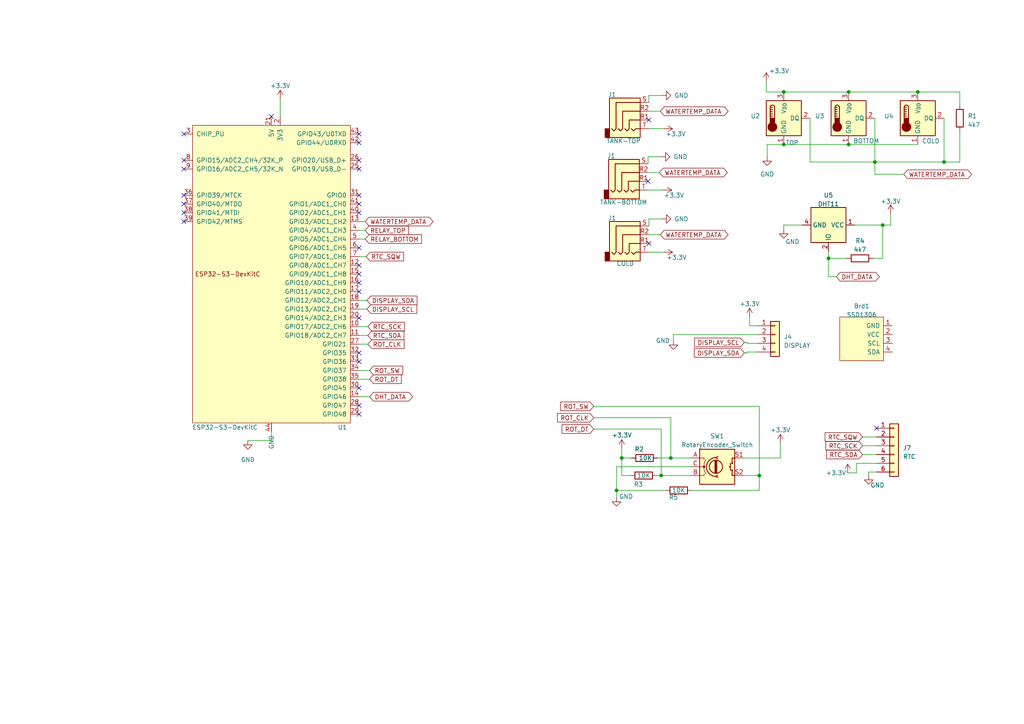
<source format=kicad_sch>
(kicad_sch (version 20230121) (generator eeschema)
  (paper "A4")
  (lib_symbols
    (symbol "Connector_Audio:AudioJack4"
      (property "Reference" "J" (at 0 8.89 0))
      (property "Value" "AudioJack4" (at 0 6.35 0))
      (symbol "AudioJack4_0_1"
        (rectangle (start -6.35 -5.08) (end -7.62 -7.62) (stroke (width 0.254)) (fill (type outline)))
        (polyline (pts (xy 0 -5.08) (xy 0.635 -5.715) (xy 1.27 -5.08) (xy 2.54 -5.08)) (stroke (width 0.254)))
        (polyline (pts (xy -5.715 -5.08) (xy -5.08 -5.715) (xy -4.445 -5.08) (xy -4.445 2.54) (xy 2.54 2.54)) (stroke (width 0.254)))
        (polyline (pts (xy -1.905 -5.08) (xy -1.27 -5.715) (xy -0.635 -5.08) (xy -0.635 -2.54) (xy 2.54 -2.54)) (stroke (width 0.254)))
        (polyline (pts (xy 2.54 0) (xy -2.54 0) (xy -2.54 -5.08) (xy -3.175 -5.715) (xy -3.81 -5.08)) (stroke (width 0.254)))
        (rectangle (start 2.54 3.81) (end -6.35 -7.62) (stroke (width 0.254)) (fill (type background)))
      )
      (symbol "AudioJack4_1_1"
        (pin passive line (at 5.08 -2.54 180) (length 2.54) (name "~") (number "R1"))
        (pin passive line (at 5.08 0 180) (length 2.54) (name "~") (number "R2"))
        (pin passive line (at 5.08 2.54 180) (length 2.54) (name "~") (number "S"))
        (pin passive line (at 5.08 -5.08 180) (length 2.54) (name "~") (number "T"))
      )
    )
    (symbol "Connector_Generic:Conn_01x04" (pin_names (offset 1.016) hide)
      (property "Reference" "J" (at 0 5.08 0))
      (property "Value" "Conn_01x04" (at 0 -7.62 0))
      (symbol "Conn_01x04_1_1"
        (rectangle (start -1.27 -4.953) (end 0 -5.207) (stroke (width 0.1524)))
        (rectangle (start -1.27 -2.413) (end 0 -2.667) (stroke (width 0.1524)))
        (rectangle (start -1.27 0.127) (end 0 -0.127) (stroke (width 0.1524)))
        (rectangle (start -1.27 2.667) (end 0 2.413) (stroke (width 0.1524)))
        (rectangle (start -1.27 3.81) (end 1.27 -6.35) (stroke (width 0.254)) (fill (type background)))
        (pin passive line (at -5.08 2.54 0) (length 3.81) (name "Pin_1") (number "1"))
        (pin passive line (at -5.08 0 0) (length 3.81) (name "Pin_2") (number "2"))
        (pin passive line (at -5.08 -2.54 0) (length 3.81) (name "Pin_3") (number "3"))
        (pin passive line (at -5.08 -5.08 0) (length 3.81) (name "Pin_4") (number "4"))
      )
    )
    (symbol "Connector_Generic:Conn_01x06" (pin_names (offset 1.016) hide)
      (property "Reference" "J" (at 0 7.62 0))
      (property "Value" "Conn_01x06" (at 0 -10.16 0))
      (symbol "Conn_01x06_1_1"
        (rectangle (start -1.27 -7.493) (end 0 -7.747) (stroke (width 0.1524)))
        (rectangle (start -1.27 -4.953) (end 0 -5.207) (stroke (width 0.1524)))
        (rectangle (start -1.27 -2.413) (end 0 -2.667) (stroke (width 0.1524)))
        (rectangle (start -1.27 0.127) (end 0 -0.127) (stroke (width 0.1524)))
        (rectangle (start -1.27 2.667) (end 0 2.413) (stroke (width 0.1524)))
        (rectangle (start -1.27 5.207) (end 0 4.953) (stroke (width 0.1524)))
        (rectangle (start -1.27 6.35) (end 1.27 -8.89) (stroke (width 0.254)) (fill (type background)))
        (pin passive line (at -5.08 5.08 0) (length 3.81) (name "Pin_1") (number "1"))
        (pin passive line (at -5.08 2.54 0) (length 3.81) (name "Pin_2") (number "2"))
        (pin passive line (at -5.08 0 0) (length 3.81) (name "Pin_3") (number "3"))
        (pin passive line (at -5.08 -2.54 0) (length 3.81) (name "Pin_4") (number "4"))
        (pin passive line (at -5.08 -5.08 0) (length 3.81) (name "Pin_5") (number "5"))
        (pin passive line (at -5.08 -7.62 0) (length 3.81) (name "Pin_6") (number "6"))
      )
    )
    (symbol "Device:R" (pin_numbers hide) (pin_names (offset 0))
      (property "Reference" "R" (at 2.032 0 90))
      (property "Value" "R" (at 0 0 90))
      (symbol "R_0_1"
        (rectangle (start -1.016 -2.54) (end 1.016 2.54) (stroke (width 0.254)))
      )
      (symbol "R_1_1"
        (pin passive line (at 0 3.81 270) (length 1.27) (name "~") (number "1"))
        (pin passive line (at 0 -3.81 90) (length 1.27) (name "~") (number "2"))
      )
    )
    (symbol "Device:RotaryEncoder_Switch" (pin_names (offset 0.254) hide)
      (property "Reference" "SW" (at 0 6.604 0))
      (property "Value" "RotaryEncoder_Switch" (at 0 -6.604 0))
      (symbol "RotaryEncoder_Switch_0_1"
        (rectangle (start -5.08 5.08) (end 5.08 -5.08) (stroke (width 0.254)) (fill (type background)))
        (circle (center -3.81 0) (radius 0.254) (fill (type outline)))
        (circle (center -0.381 0) (radius 1.905) (stroke (width 0.254)))
        (arc (start -0.381 2.667) (mid -3.0988 -0.0635) (end -0.381 -2.794) (stroke (width 0.254)))
        (polyline (pts (xy -0.635 -1.778) (xy -0.635 1.778)) (stroke (width 0.254)))
        (polyline (pts (xy -0.381 -1.778) (xy -0.381 1.778)) (stroke (width 0.254)))
        (polyline (pts (xy -0.127 1.778) (xy -0.127 -1.778)) (stroke (width 0.254)))
        (polyline (pts (xy 3.81 0) (xy 3.429 0)) (stroke (width 0.254)))
        (polyline (pts (xy 3.81 1.016) (xy 3.81 -1.016)) (stroke (width 0.254)))
        (polyline (pts (xy -5.08 -2.54) (xy -3.81 -2.54) (xy -3.81 -2.032)))
        (polyline (pts (xy -5.08 2.54) (xy -3.81 2.54) (xy -3.81 2.032)))
        (polyline (pts (xy 0.254 -3.048) (xy -0.508 -2.794) (xy 0.127 -2.413)) (stroke (width 0.254)))
        (polyline (pts (xy 0.254 2.921) (xy -0.508 2.667) (xy 0.127 2.286)) (stroke (width 0.254)))
        (polyline (pts (xy 5.08 -2.54) (xy 4.318 -2.54) (xy 4.318 -1.016)) (stroke (width 0.254)))
        (polyline (pts (xy 5.08 2.54) (xy 4.318 2.54) (xy 4.318 1.016)) (stroke (width 0.254)))
        (polyline (pts (xy -5.08 0) (xy -3.81 0) (xy -3.81 -1.016) (xy -3.302 -2.032)))
        (polyline (pts (xy -4.318 0) (xy -3.81 0) (xy -3.81 1.016) (xy -3.302 2.032)))
        (circle (center 4.318 -1.016) (radius 0.127) (stroke (width 0.254)))
        (circle (center 4.318 1.016) (radius 0.127) (stroke (width 0.254)))
      )
      (symbol "RotaryEncoder_Switch_1_1"
        (pin passive line (at -7.62 2.54 0) (length 2.54) (name "A") (number "A"))
        (pin passive line (at -7.62 -2.54 0) (length 2.54) (name "B") (number "B"))
        (pin passive line (at -7.62 0 0) (length 2.54) (name "C") (number "C"))
        (pin passive line (at 7.62 2.54 180) (length 2.54) (name "S1") (number "S1"))
        (pin passive line (at 7.62 -2.54 180) (length 2.54) (name "S2") (number "S2"))
      )
    )
    (symbol "ESPRESSIF:ESP32-S3-DevKitC" (pin_names (offset 1.016))
      (property "Reference" "U" (at -22.86 48.26 0))
      (property "Value" "ESP32-S3-DevKitC" (at -22.86 45.72 0))
      (symbol "ESP32-S3-DevKitC_0_0"
        (text "ESP32-S3-DevKitC" (at -12.7 0 0) (effects (font (size 1.27 1.27))))
        (pin bidirectional line (at 25.4 -35.56 180) (length 2.54) (name "GPIO46") (number "14"))
        (pin bidirectional line (at 25.4 -10.16 180) (length 2.54) (name "GPIO13/ADC2_CH2") (number "19"))
        (pin bidirectional line (at -25.4 15.24 0) (length 2.54) (name "GPIO42/MTMS") (number "39"))
        (pin bidirectional line (at 25.4 17.78 180) (length 2.54) (name "GPIO2/ADC1_CH1") (number "40"))
        (pin bidirectional line (at 25.4 20.32 180) (length 2.54) (name "GPIO1/ADC1_CH0") (number "41"))
        (pin bidirectional line (at 25.4 38.1 180) (length 2.54) (name "GPIO44/U0RXD") (number "42"))
        (pin bidirectional line (at 25.4 40.64 180) (length 2.54) (name "GPIO43/U0TXD") (number "43"))
        (pin power_in line (at 0 -43.18 270) (length 2.54) (name "GND") (number "44"))
      )
      (symbol "ESP32-S3-DevKitC_0_1"
        (rectangle (start -22.86 43.18) (end 22.86 -43.18) (fill (type background)))
        (pin power_in line (at 2.54 45.72 270) (length 2.54) (name "3V3") (number "2"))
      )
      (symbol "ESP32-S3-DevKitC_1_1"
        (pin passive line (at 2.54 45.72 270) (length 2.54) hide (name "3V3") (number "1"))
        (pin bidirectional line (at 25.4 -15.24 180) (length 2.54) (name "GPIO17/ADC2_CH6") (number "10"))
        (pin bidirectional line (at 25.4 -17.78 180) (length 2.54) (name "GPIO18/ADC2_CH7") (number "11"))
        (pin bidirectional line (at 25.4 2.54 180) (length 2.54) (name "GPIO8/ADC1_CH7") (number "12"))
        (pin bidirectional line (at 25.4 15.24 180) (length 2.54) (name "GPIO3/ADC1_CH2") (number "13"))
        (pin bidirectional line (at 25.4 0 180) (length 2.54) (name "GPIO9/ADC1_CH8") (number "15"))
        (pin bidirectional line (at 25.4 -2.54 180) (length 2.54) (name "GPIO10/ADC1_CH9") (number "16"))
        (pin bidirectional line (at 25.4 -5.08 180) (length 2.54) (name "GPIO11/ADC2_CH0") (number "17"))
        (pin bidirectional line (at 25.4 -7.62 180) (length 2.54) (name "GPIO12/ADC2_CH1") (number "18"))
        (pin bidirectional line (at 25.4 -12.7 180) (length 2.54) (name "GPIO14/ADC2_CH3") (number "20"))
        (pin power_in line (at 0 45.72 270) (length 2.54) (name "5V") (number "21"))
        (pin passive line (at 0 -43.18 270) (length 2.54) hide (name "GND") (number "22"))
        (pin passive line (at 0 -43.18 270) (length 2.54) hide (name "GND") (number "23"))
        (pin passive line (at 0 -43.18 270) (length 2.54) hide (name "GND") (number "24"))
        (pin bidirectional line (at 25.4 30.48 180) (length 2.54) (name "GPIO19/USB_D-") (number "25"))
        (pin bidirectional line (at 25.4 33.02 180) (length 2.54) (name "GPIO20/USB_D+") (number "26"))
        (pin bidirectional line (at 25.4 -20.32 180) (length 2.54) (name "GPIO21") (number "27"))
        (pin bidirectional line (at 25.4 -38.1 180) (length 2.54) (name "GPIO47") (number "28"))
        (pin bidirectional line (at 25.4 -40.64 180) (length 2.54) (name "GPIO48") (number "29"))
        (pin input line (at -25.4 40.64 0) (length 2.54) (name "CHIP_PU") (number "3"))
        (pin bidirectional line (at 25.4 -33.02 180) (length 2.54) (name "GPIO45") (number "30"))
        (pin bidirectional line (at 25.4 22.86 180) (length 2.54) (name "GPIO0") (number "31"))
        (pin bidirectional line (at 25.4 -22.86 180) (length 2.54) (name "GPIO35") (number "32"))
        (pin bidirectional line (at 25.4 -25.4 180) (length 2.54) (name "GPIO36") (number "33"))
        (pin bidirectional line (at 25.4 -27.94 180) (length 2.54) (name "GPIO37") (number "34"))
        (pin bidirectional line (at 25.4 -30.48 180) (length 2.54) (name "GPIO38") (number "35"))
        (pin bidirectional line (at -25.4 22.86 0) (length 2.54) (name "GPIO39/MTCK") (number "36"))
        (pin bidirectional line (at -25.4 20.32 0) (length 2.54) (name "GPIO40/MTDO") (number "37"))
        (pin bidirectional line (at -25.4 17.78 0) (length 2.54) (name "GPIO41/MTDI") (number "38"))
        (pin bidirectional line (at 25.4 12.7 180) (length 2.54) (name "GPIO4/ADC1_CH3") (number "4"))
        (pin bidirectional line (at 25.4 10.16 180) (length 2.54) (name "GPIO5/ADC1_CH4") (number "5"))
        (pin bidirectional line (at 25.4 7.62 180) (length 2.54) (name "GPIO6/ADC1_CH5") (number "6"))
        (pin bidirectional line (at 25.4 5.08 180) (length 2.54) (name "GPIO7/ADC1_CH6") (number "7"))
        (pin bidirectional line (at -25.4 33.02 0) (length 2.54) (name "GPIO15/ADC2_CH4/32K_P") (number "8"))
        (pin bidirectional line (at -25.4 30.48 0) (length 2.54) (name "GPIO16/ADC2_CH5/32K_N") (number "9"))
      )
    )
    (symbol "SSD1306:SSD1306" (pin_names (offset 1.016))
      (property "Reference" "Brd" (at 0 -3.81 0))
      (property "Value" "SSD1306" (at 0 -1.27 0))
      (symbol "SSD1306_0_1"
        (rectangle (start -6.35 6.35) (end 6.35 -6.35) (fill (type background)))
      )
      (symbol "SSD1306_1_1"
        (pin input line (at -3.81 8.89 270) (length 2.54) (name "GND") (number "1"))
        (pin input line (at -1.27 8.89 270) (length 2.54) (name "VCC") (number "2"))
        (pin input line (at 1.27 8.89 270) (length 2.54) (name "SCL") (number "3"))
        (pin input line (at 3.81 8.89 270) (length 2.54) (name "SDA") (number "4"))
      )
    )
    (symbol "Sensor:DHT11"
      (property "Reference" "U" (at -3.81 6.35 0))
      (property "Value" "DHT11" (at 3.81 6.35 0))
      (symbol "DHT11_0_1"
        (rectangle (start -5.08 5.08) (end 5.08 -5.08) (stroke (width 0.254)) (fill (type background)))
      )
      (symbol "DHT11_1_1"
        (pin power_in line (at 0 7.62 270) (length 2.54) (name "VCC") (number "1"))
        (pin bidirectional line (at 7.62 0 180) (length 2.54) (name "IO") (number "2"))
        (pin no_connect line (at -5.08 0 0) (length 2.54) hide (name "NC") (number "3"))
        (pin power_in line (at 0 -7.62 90) (length 2.54) (name "GND") (number "4"))
      )
    )
    (symbol "Sensor_Temperature:DS18B20"
      (property "Reference" "U" (at -3.81 6.35 0))
      (property "Value" "DS18B20" (at 6.35 6.35 0))
      (symbol "DS18B20_0_1"
        (rectangle (start -5.08 5.08) (end 5.08 -5.08) (stroke (width 0.254)) (fill (type background)))
        (circle (center -3.302 -2.54) (radius 1.27) (stroke (width 0.254)) (fill (type outline)))
        (rectangle (start -2.667 -1.905) (end -3.937 0) (stroke (width 0.254)) (fill (type outline)))
        (arc (start -2.667 3.175) (mid -3.302 3.8073) (end -3.937 3.175) (stroke (width 0.254)))
        (polyline (pts (xy -3.937 0.635) (xy -3.302 0.635)) (stroke (width 0.254)))
        (polyline (pts (xy -3.937 1.27) (xy -3.302 1.27)) (stroke (width 0.254)))
        (polyline (pts (xy -3.937 1.905) (xy -3.302 1.905)) (stroke (width 0.254)))
        (polyline (pts (xy -3.937 2.54) (xy -3.302 2.54)) (stroke (width 0.254)))
        (polyline (pts (xy -3.937 3.175) (xy -3.937 0)) (stroke (width 0.254)))
        (polyline (pts (xy -3.937 3.175) (xy -3.302 3.175)) (stroke (width 0.254)))
        (polyline (pts (xy -2.667 3.175) (xy -2.667 0)) (stroke (width 0.254)))
      )
      (symbol "DS18B20_1_1"
        (pin power_in line (at 0 -7.62 90) (length 2.54) (name "GND") (number "1"))
        (pin bidirectional line (at 7.62 0 180) (length 2.54) (name "DQ") (number "2"))
        (pin power_in line (at 0 7.62 270) (length 2.54) (name "V_{DD}") (number "3"))
      )
    )
    (symbol "power:+3.3V" (power) (pin_names (offset 0))
      (property "Value" "+3.3V" (at 0 3.556 0))
      (symbol "+3.3V_0_1"
        (polyline (pts (xy -0.762 1.27) (xy 0 2.54)))
        (polyline (pts (xy 0 0) (xy 0 2.54)))
        (polyline (pts (xy 0 2.54) (xy 0.762 1.27)))
      )
      (symbol "+3.3V_1_1"
        (pin power_in line (at 0 0 90) (length 0) hide (name "+3.3V") (number "1"))
      )
    )
    (symbol "power:GND" (power) (pin_names (offset 0))
      (property "Value" "GND" (at 0 -3.81 0))
      (symbol "GND_0_1"
        (polyline (pts (xy 0 0) (xy 0 -1.27) (xy 1.27 -1.27) (xy 0 -2.54) (xy -1.27 -1.27) (xy 0 -1.27)))
      )
      (symbol "GND_1_1"
        (pin power_in line (at 0 0 270) (length 0) hide (name "GND") (number "1"))
      )
    )
  )
  (junction (at 180.34 132.842))
  (junction (at 256.032 65.278))
  (junction (at 178.816 142.24))
  (junction (at 246.126 41.91))
  (junction (at 227.33 26.67))
  (junction (at 273.812 46.99))
  (junction (at 266.192 26.67))
  (junction (at 194.564 132.842))
  (junction (at 227.33 41.91))
  (junction (at 220.218 137.922))
  (junction (at 246.126 26.67))
  (junction (at 253.746 46.99))
  (junction (at 240.284 74.93))
  (junction (at 191.77 137.922))
  (no_connect (at 104.14 76.962))
  (no_connect (at 188.214 70.612))
  (no_connect (at 53.34 59.182))
  (no_connect (at 53.34 46.482))
  (no_connect (at 104.14 84.582))
  (no_connect (at 187.96 52.578))
  (no_connect (at 104.14 59.182))
  (no_connect (at 104.14 61.722))
  (no_connect (at 53.34 61.722))
  (no_connect (at 104.14 117.602))
  (no_connect (at 104.14 46.482))
  (no_connect (at 53.34 56.642))
  (no_connect (at 104.14 120.142))
  (no_connect (at 104.14 102.362))
  (no_connect (at 104.14 104.902))
  (no_connect (at 104.14 82.042))
  (no_connect (at 53.34 49.022))
  (no_connect (at 104.14 38.862))
  (no_connect (at 53.34 64.262))
  (no_connect (at 104.14 56.642))
  (no_connect (at 188.214 34.798))
  (no_connect (at 104.14 79.502))
  (no_connect (at 104.14 71.882))
  (no_connect (at 104.14 49.022))
  (no_connect (at 104.14 112.522))
  (no_connect (at 104.14 41.402))
  (no_connect (at 53.34 38.862))
  (no_connect (at 254.254 124.206))
  (no_connect (at 104.14 92.202))
  (no_connect (at 78.74 33.782))
  (wire (pts (xy 172.212 121.158) (xy 194.564 121.158)))
  (wire (pts (xy 104.14 94.742) (xy 106.68 94.742)))
  (wire (pts (xy 104.14 66.802) (xy 105.918 66.802)))
  (wire (pts (xy 188.214 63.5) (xy 192.024 63.5)))
  (wire (pts (xy 178.816 144.272) (xy 178.816 142.24)))
  (wire (pts (xy 178.816 142.24) (xy 193.04 142.24)))
  (wire (pts (xy 222.504 41.91) (xy 227.33 41.91)))
  (wire (pts (xy 240.284 74.93) (xy 240.284 80.264)))
  (wire (pts (xy 195.326 97.028) (xy 195.326 98.806)))
  (wire (pts (xy 273.812 34.29) (xy 273.812 46.99)))
  (wire (pts (xy 178.816 142.24) (xy 178.816 135.382)))
  (wire (pts (xy 240.284 74.93) (xy 245.618 74.93)))
  (wire (pts (xy 104.14 87.122) (xy 106.426 87.122)))
  (wire (pts (xy 71.882 127.762) (xy 78.74 127.762)))
  (wire (pts (xy 104.14 64.262) (xy 105.918 64.262)))
  (wire (pts (xy 253.746 34.29) (xy 253.746 46.99)))
  (wire (pts (xy 180.34 130.048) (xy 180.34 132.842)))
  (wire (pts (xy 104.14 69.342) (xy 105.918 69.342)))
  (wire (pts (xy 227.33 41.91) (xy 246.126 41.91)))
  (wire (pts (xy 247.904 65.278) (xy 256.032 65.278)))
  (wire (pts (xy 256.032 65.278) (xy 258.318 65.278)))
  (wire (pts (xy 250.19 126.746) (xy 254.254 126.746)))
  (wire (pts (xy 191.77 124.46) (xy 191.77 137.922)))
  (wire (pts (xy 180.34 132.842) (xy 180.34 137.922)))
  (wire (pts (xy 222.25 26.67) (xy 227.33 26.67)))
  (wire (pts (xy 104.14 97.282) (xy 106.68 97.282)))
  (wire (pts (xy 250.19 131.826) (xy 254.254 131.826)))
  (wire (pts (xy 200.66 142.24) (xy 220.218 142.24)))
  (wire (pts (xy 254.254 136.906) (xy 251.968 136.906)))
  (wire (pts (xy 251.968 136.906) (xy 251.968 137.922)))
  (wire (pts (xy 182.88 137.922) (xy 180.34 137.922)))
  (wire (pts (xy 104.14 115.062) (xy 107.188 115.062)))
  (wire (pts (xy 104.14 74.422) (xy 106.172 74.422)))
  (wire (pts (xy 227.33 65.278) (xy 227.33 66.548)))
  (wire (pts (xy 227.33 26.67) (xy 246.126 26.67)))
  (wire (pts (xy 219.71 102.108) (xy 216.662 102.108)))
  (wire (pts (xy 180.34 132.842) (xy 183.134 132.842)))
  (wire (pts (xy 81.28 28.702) (xy 81.28 33.782)))
  (wire (pts (xy 188.214 68.072) (xy 191.516 68.072)))
  (wire (pts (xy 226.314 128.524) (xy 226.314 132.842)))
  (wire (pts (xy 172.212 117.856) (xy 220.218 117.856)))
  (wire (pts (xy 266.192 26.67) (xy 278.384 26.67)))
  (wire (pts (xy 246.126 41.656) (xy 246.126 41.91)))
  (wire (pts (xy 256.032 74.93) (xy 256.032 65.278)))
  (wire (pts (xy 248.412 137.16) (xy 248.412 134.366)))
  (wire (pts (xy 190.5 137.922) (xy 191.77 137.922)))
  (wire (pts (xy 187.96 45.466) (xy 191.77 45.466)))
  (wire (pts (xy 240.284 72.898) (xy 240.284 74.93)))
  (wire (pts (xy 216.662 99.568) (xy 216.662 99.314)))
  (wire (pts (xy 194.564 132.842) (xy 200.406 132.842)))
  (wire (pts (xy 253.746 50.546) (xy 253.746 46.99)))
  (wire (pts (xy 246.126 41.91) (xy 266.192 41.91)))
  (wire (pts (xy 222.504 45.466) (xy 222.504 41.91)))
  (wire (pts (xy 194.564 121.158) (xy 194.564 132.842)))
  (wire (pts (xy 278.384 38.1) (xy 278.384 46.99)))
  (wire (pts (xy 104.14 89.662) (xy 106.426 89.662)))
  (wire (pts (xy 216.662 102.108) (xy 216.662 102.362)))
  (wire (pts (xy 278.384 30.48) (xy 278.384 26.67)))
  (wire (pts (xy 188.214 73.152) (xy 192.532 73.152)))
  (wire (pts (xy 220.218 142.24) (xy 220.218 137.922)))
  (wire (pts (xy 250.19 129.286) (xy 254.254 129.286)))
  (wire (pts (xy 217.424 91.948) (xy 217.424 94.488)))
  (wire (pts (xy 172.212 124.46) (xy 191.77 124.46)))
  (wire (pts (xy 232.664 65.278) (xy 227.33 65.278)))
  (wire (pts (xy 246.126 26.67) (xy 266.192 26.67)))
  (wire (pts (xy 104.14 109.982) (xy 107.188 109.982)))
  (wire (pts (xy 188.214 65.532) (xy 188.214 63.5)))
  (wire (pts (xy 191.77 137.922) (xy 200.406 137.922)))
  (wire (pts (xy 188.214 37.338) (xy 192.532 37.338)))
  (wire (pts (xy 273.812 46.99) (xy 253.746 46.99)))
  (wire (pts (xy 215.646 132.842) (xy 226.314 132.842)))
  (wire (pts (xy 188.214 32.258) (xy 191.516 32.258)))
  (wire (pts (xy 234.95 34.29) (xy 234.95 46.99)))
  (wire (pts (xy 245.872 137.16) (xy 248.412 137.16)))
  (wire (pts (xy 216.662 99.314) (xy 215.9 99.314)))
  (wire (pts (xy 188.214 27.686) (xy 192.024 27.686)))
  (wire (pts (xy 187.96 55.118) (xy 192.278 55.118)))
  (wire (pts (xy 187.96 50.038) (xy 191.262 50.038)))
  (wire (pts (xy 240.284 80.264) (xy 242.57 80.264)))
  (wire (pts (xy 234.95 46.99) (xy 253.746 46.99)))
  (wire (pts (xy 258.318 65.278) (xy 258.318 61.976)))
  (wire (pts (xy 104.14 99.822) (xy 106.68 99.822)))
  (wire (pts (xy 104.14 107.442) (xy 107.188 107.442)))
  (wire (pts (xy 278.384 46.99) (xy 273.812 46.99)))
  (wire (pts (xy 219.71 97.028) (xy 195.326 97.028)))
  (wire (pts (xy 262.128 50.546) (xy 253.746 50.546)))
  (wire (pts (xy 187.96 47.498) (xy 187.96 45.466)))
  (wire (pts (xy 188.214 29.718) (xy 188.214 27.686)))
  (wire (pts (xy 178.816 135.382) (xy 200.406 135.382)))
  (wire (pts (xy 190.754 132.842) (xy 194.564 132.842)))
  (wire (pts (xy 217.424 94.488) (xy 219.71 94.488)))
  (wire (pts (xy 248.412 134.366) (xy 254.254 134.366)))
  (wire (pts (xy 78.74 127.762) (xy 78.74 122.682)))
  (wire (pts (xy 220.218 117.856) (xy 220.218 137.922)))
  (wire (pts (xy 216.662 102.362) (xy 215.9 102.362)))
  (wire (pts (xy 215.646 137.922) (xy 220.218 137.922)))
  (wire (pts (xy 253.238 74.93) (xy 256.032 74.93)))
  (wire (pts (xy 219.71 99.568) (xy 216.662 99.568)))
  (wire (pts (xy 222.25 23.622) (xy 222.25 26.67)))
  (global_label "WATERTEMP_DATA" (shape bidirectional) (at 191.516 32.258 0) (property "Intersheetrefs" "${INTERSHEET_REFS}" (effects hide)))
  (global_label "RTC_SDA" (shape input) (at 106.68 97.282 0) (property "Intersheetrefs" "${INTERSHEET_REFS}" (effects hide)))
  (global_label "RTC_SCK" (shape input) (at 250.19 129.286 180) (property "Intersheetrefs" "${INTERSHEET_REFS}" (effects hide)))
  (global_label "ROT_CLK" (shape input) (at 172.212 121.158 180) (property "Intersheetrefs" "${INTERSHEET_REFS}" (effects hide)))
  (global_label "RELAY_BOTTOM" (shape input) (at 105.918 69.342 0) (property "Intersheetrefs" "${INTERSHEET_REFS}" (effects hide)))
  (global_label "DHT_DATA" (shape bidirectional) (at 242.57 80.264 0) (property "Intersheetrefs" "${INTERSHEET_REFS}" (effects hide)))
  (global_label "RTC_SDA" (shape input) (at 250.19 131.826 180) (property "Intersheetrefs" "${INTERSHEET_REFS}" (effects hide)))
  (global_label "DISPLAY_SCL" (shape input) (at 215.9 99.314 180) (property "Intersheetrefs" "${INTERSHEET_REFS}" (effects hide)))
  (global_label "WATERTEMP_DATA" (shape bidirectional) (at 262.128 50.546 0) (property "Intersheetrefs" "${INTERSHEET_REFS}" (effects hide)))
  (global_label "RTC_SQW" (shape input) (at 250.19 126.746 180) (property "Intersheetrefs" "${INTERSHEET_REFS}" (effects hide)))
  (global_label "WATERTEMP_DATA" (shape bidirectional) (at 191.516 68.072 0) (property "Intersheetrefs" "${INTERSHEET_REFS}" (effects hide)))
  (global_label "DHT_DATA" (shape bidirectional) (at 107.188 115.062 0) (property "Intersheetrefs" "${INTERSHEET_REFS}" (effects hide)))
  (global_label "RTC_SCK" (shape input) (at 106.68 94.742 0) (property "Intersheetrefs" "${INTERSHEET_REFS}" (effects hide)))
  (global_label "DISPLAY_SCL" (shape input) (at 106.426 89.662 0) (property "Intersheetrefs" "${INTERSHEET_REFS}" (effects hide)))
  (global_label "ROT_DT" (shape input) (at 172.212 124.46 180) (property "Intersheetrefs" "${INTERSHEET_REFS}" (effects hide)))
  (global_label "ROT_SW" (shape input) (at 107.188 107.442 0) (property "Intersheetrefs" "${INTERSHEET_REFS}" (effects hide)))
  (global_label "ROT_DT" (shape input) (at 107.188 109.982 0) (property "Intersheetrefs" "${INTERSHEET_REFS}" (effects hide)))
  (global_label "DISPLAY_SDA" (shape input) (at 106.426 87.122 0) (property "Intersheetrefs" "${INTERSHEET_REFS}" (effects hide)))
  (global_label "RTC_SQW" (shape input) (at 106.172 74.422 0) (property "Intersheetrefs" "${INTERSHEET_REFS}" (effects hide)))
  (global_label "ROT_CLK" (shape input) (at 106.68 99.822 0) (property "Intersheetrefs" "${INTERSHEET_REFS}" (effects hide)))
  (global_label "RELAY_TOP" (shape input) (at 105.918 66.802 0) (property "Intersheetrefs" "${INTERSHEET_REFS}" (effects hide)))
  (global_label "WATERTEMP_DATA" (shape bidirectional) (at 191.262 50.038 0) (property "Intersheetrefs" "${INTERSHEET_REFS}" (effects hide)))
  (global_label "WATERTEMP_DATA" (shape bidirectional) (at 105.918 64.262 0) (property "Intersheetrefs" "${INTERSHEET_REFS}" (effects hide)))
  (global_label "ROT_SW" (shape input) (at 172.212 117.856 180) (property "Intersheetrefs" "${INTERSHEET_REFS}" (effects hide)))
  (global_label "DISPLAY_SDA" (shape input) (at 215.9 102.362 180) (property "Intersheetrefs" "${INTERSHEET_REFS}" (effects hide)))
  (symbol (lib_id "Sensor_Temperature:DS18B20") (at 227.33 34.29 0) (unit 1) (in_bom no) (on_board no)
    (property "Reference" "U2" (at 220.472 33.655 0) (effects (justify right)))
    (property "Value" "TOP" (at 231.648 41.402 0) (effects (justify right)))
    (property "Datasheet" "http://datasheets.maximintegrated.com/en/ds/DS18B20.pdf" (effects hide))
    (instances (project "immersion-controller" (path "" (reference "U2") (unit 1)) (path "" (reference "U13") (unit 1))))
  )
  (symbol (lib_id "Device:R") (at 249.428 74.93 90) (unit 1)
    (property "Reference" "R4" (at 249.428 69.85 90))
    (property "Value" "4k7" (at 249.428 72.39 90))
    (property "Footprint" "Resistor_SMD:R_0805_2012Metric_Pad1.20x1.40mm_HandSolder" (effects hide))
  )
  (symbol (lib_id "Sensor:DHT11") (at 240.284 65.278 270) (unit 1)
    (property "Reference" "U5" (at 240.284 56.642 90))
    (property "Value" "DHT11" (at 240.284 59.182 90))
    (property "Footprint" "Sensor:Aosong_DHT11_5.5x12.0_P2.54mm" (effects hide))
    (property "Datasheet" "http://akizukidenshi.com/download/ds/aosong/DHT11.pdf" (effects hide))
    (instances (project "immersion-controller" (path "" (reference "U5") (unit 1)) (path "" (reference "U12") (unit 1))))
  )
  (symbol (lib_id "Connector_Audio:AudioJack4") (at 182.88 50.038 0) (unit 1)
    (property "Reference" "J1" (at 177.292 45.212 0))
    (property "Value" "TANK-BOTTOM" (at 180.848 58.674 0))
    (property "Footprint" "Connector_Audio:Jack_3.5mm_PJ320D_Horizontal_NG" (effects hide))
    (instances (project "immersion-controller" (path "" (reference "J1") (unit 1)) (path "" (reference "J2") (unit 1))))
  )
  (symbol (lib_id "power:+3.3V") (at 258.318 61.976 0) (unit 1)
    (property "Reference" "#PWR016" (effects hide))
    (property "Value" "+3.3V" (at 258.318 58.42 0))
  )
  (symbol (lib_id "power:GND") (at 71.882 127.762 0) (unit 1)
    (property "Reference" "#PWR023" (effects hide))
    (property "Value" "GND" (at 71.882 133.35 0))
  )
  (symbol (lib_id "Device:R") (at 186.944 132.842 90) (unit 1)
    (property "Reference" "R2" (at 185.42 130.302 90))
    (property "Value" "10K" (at 187.198 132.842 90))
    (property "Footprint" "Resistor_SMD:R_0805_2012Metric_Pad1.20x1.40mm_HandSolder" (effects hide))
  )
  (symbol (lib_id "power:GND") (at 192.024 63.5 90) (unit 1)
    (property "Reference" "#PWR014" (effects hide))
    (property "Value" "GND" (at 195.58 63.5 90) (effects (justify right)))
  )
  (symbol (lib_id "power:GND") (at 251.968 137.922 0) (unit 1)
    (property "Reference" "#PWR020" (effects hide))
    (property "Value" "GND" (at 256.54 140.716 0) (effects (justify right)))
  )
  (symbol (lib_id "power:GND") (at 222.504 45.466 0) (unit 1)
    (property "Reference" "#PWR07" (effects hide))
    (property "Value" "GND" (at 222.504 50.546 0))
  )
  (symbol (lib_id "Connector_Audio:AudioJack4") (at 183.134 68.072 0) (unit 1)
    (property "Reference" "J1" (at 177.546 63.246 0))
    (property "Value" "COLD" (at 181.356 76.454 0))
    (property "Footprint" "Connector_Audio:Jack_3.5mm_PJ320D_Horizontal_NG" (effects hide))
    (instances (project "immersion-controller" (path "" (reference "J1") (unit 1)) (path "" (reference "J3") (unit 1))))
  )
  (symbol (lib_id "Device:R") (at 196.85 142.24 270) (unit 1)
    (property "Reference" "R5" (at 195.326 144.272 90))
    (property "Value" "10K" (at 196.85 142.24 90))
    (property "Footprint" "Resistor_SMD:R_0805_2012Metric_Pad1.20x1.40mm_HandSolder" (effects hide))
  )
  (symbol (lib_id "Device:R") (at 186.69 137.922 90) (unit 1)
    (property "Reference" "R3" (at 185.166 140.462 90))
    (property "Value" "10K" (at 186.69 137.922 90))
    (property "Footprint" "Resistor_SMD:R_0805_2012Metric_Pad1.20x1.40mm_HandSolder" (effects hide))
  )
  (symbol (lib_id "power:+3.3V") (at 192.532 73.152 270) (unit 1)
    (property "Reference" "#PWR08" (effects hide))
    (property "Value" "+3.3V" (at 193.294 74.676 90) (effects (justify left)))
  )
  (symbol (lib_id "power:GND") (at 195.326 98.806 0) (unit 1)
    (property "Reference" "#PWR018" (effects hide))
    (property "Value" "GND" (at 194.31 98.806 0) (effects (justify right)))
  )
  (symbol (lib_id "Device:RotaryEncoder_Switch") (at 208.026 135.382 0) (unit 1)
    (property "Reference" "SW1" (at 208.026 126.492 0))
    (property "Value" "RotaryEncoder_Switch" (at 208.026 129.032 0))
    (property "Footprint" "Rotary_Encoder:RotaryEncoder_Alps_EC11E-Switch_Vertical_H20mm" (effects hide))
    (instances (project "immersion-controller" (path "" (reference "SW1") (unit 1)) (path "" (reference "SW2") (unit 1))))
  )
  (symbol (lib_id "power:+3.3V") (at 245.872 137.16 0) (unit 1)
    (property "Reference" "#PWR09" (effects hide))
    (property "Value" "+3.3V" (at 239.522 137.16 0) (effects (justify left)))
  )
  (symbol (lib_id "Sensor_Temperature:DS18B20") (at 246.126 34.29 0) (unit 1) (in_bom no) (on_board no)
    (property "Reference" "U3" (at 239.141 33.655 0) (effects (justify right)))
    (property "Value" "BOTTOM" (at 255.016 40.894 0) (effects (justify right)))
    (property "Datasheet" "http://datasheets.maximintegrated.com/en/ds/DS18B20.pdf" (effects hide))
    (instances (project "immersion-controller" (path "" (reference "U3") (unit 1)) (path "" (reference "U7") (unit 1))))
  )
  (symbol (lib_id "power:GND") (at 227.33 66.548 0) (unit 1)
    (property "Reference" "#PWR017" (effects hide))
    (property "Value" "GND" (at 231.902 70.104 0) (effects (justify right)))
  )
  (symbol (lib_id "power:GND") (at 178.816 144.272 0) (unit 1)
    (property "Reference" "#PWR025" (effects hide))
    (property "Value" "GND" (at 183.642 144.018 0) (effects (justify right)))
  )
  (symbol (lib_id "Device:R") (at 278.384 34.29 180) (unit 1)
    (property "Reference" "R1" (at 280.67 33.655 0) (effects (justify right)))
    (property "Value" "4k7" (at 280.67 36.195 0) (effects (justify right)))
    (property "Footprint" "Resistor_SMD:R_0805_2012Metric_Pad1.20x1.40mm_HandSolder" (effects hide))
  )
  (symbol (lib_id "Connector_Audio:AudioJack4") (at 183.134 32.258 0) (unit 1)
    (property "Reference" "J1" (at 177.546 27.432 0))
    (property "Value" "TANK-TOP" (at 180.848 40.894 0))
    (property "Footprint" "Connector_Audio:Jack_3.5mm_PJ320D_Horizontal_NG" (effects hide))
  )
  (symbol (lib_id "power:+3.3V") (at 226.314 128.524 0) (unit 1)
    (property "Reference" "#PWR024" (effects hide))
    (property "Value" "+3.3V" (at 226.314 124.714 0))
  )
  (symbol (lib_id "power:+3.3V") (at 192.532 37.338 270) (unit 1)
    (property "Reference" "#PWR06" (effects hide))
    (property "Value" "+3.3V" (at 193.04 38.862 90) (effects (justify left)))
  )
  (symbol (lib_id "power:+3.3V") (at 180.34 130.048 0) (unit 1)
    (property "Reference" "#PWR026" (effects hide))
    (property "Value" "+3.3V" (at 180.34 126.238 0))
  )
  (symbol (lib_id "Connector_Generic:Conn_01x06") (at 259.334 129.286 0) (unit 1)
    (property "Reference" "J7" (at 261.874 129.921 0) (effects (justify left)))
    (property "Value" "RTC" (at 261.874 132.461 0) (effects (justify left)))
    (property "Footprint" "Connector_PinHeader_2.54mm:PinHeader_1x05_P2.54mm_Vertical" (effects hide))
    (instances (project "immersion-controller" (path "" (reference "J7") (unit 1)) (path "" (reference "J5") (unit 1))))
  )
  (symbol (lib_id "power:GND") (at 191.77 45.466 90) (unit 1)
    (property "Reference" "#PWR012" (effects hide))
    (property "Value" "GND" (at 195.326 45.466 90) (effects (justify right)))
  )
  (symbol (lib_id "ESPRESSIF:ESP32-S3-DevKitC") (at 78.74 79.502 0) (unit 1)
    (property "Reference" "U1" (at 99.314 123.952 0))
    (property "Value" "ESP32-S3-DevKitC" (at 65.278 123.952 0))
    (property "Footprint" "Espressif:ESP32-S3-DevKitC" (effects hide))
  )
  (symbol (lib_id "Sensor_Temperature:DS18B20") (at 266.192 34.29 0) (unit 1) (in_bom no) (on_board no)
    (property "Reference" "U4" (at 259.207 33.655 0) (effects (justify right)))
    (property "Value" "COLD" (at 272.542 40.894 0) (effects (justify right)))
    (property "Datasheet" "http://datasheets.maximintegrated.com/en/ds/DS18B20.pdf" (effects hide))
    (instances (project "immersion-controller" (path "" (reference "U4") (unit 1)) (path "" (reference "U8") (unit 1))))
  )
  (symbol (lib_id "power:+3.3V") (at 222.25 23.622 0) (unit 1)
    (property "Reference" "#PWR03" (effects hide))
    (property "Value" "+3.3V" (at 223.012 20.574 0) (effects (justify left)))
  )
  (symbol (lib_id "Connector_Generic:Conn_01x04") (at 224.79 97.028 0) (unit 1)
    (property "Reference" "J4" (at 227.33 97.663 0) (effects (justify left)))
    (property "Value" "DISPLAY" (at 227.33 100.203 0) (effects (justify left)))
    (property "Footprint" "Connector_PinHeader_2.54mm:PinHeader_1x04_P2.54mm_Vertical" (effects hide))
  )
  (symbol (lib_id "SSD1306:SSD1306") (at 249.936 98.298 270) (unit 1) (on_board no)
    (property "Reference" "Brd1" (at 249.936 88.773 90))
    (property "Value" "SSD1306" (at 249.936 91.313 90))
    (instances (project "immersion-controller" (path "" (reference "Brd1") (unit 1)) (path "" (reference "Brd2") (unit 1))))
  )
  (symbol (lib_id "power:+3.3V") (at 217.424 91.948 0) (unit 1)
    (property "Reference" "#PWR019" (effects hide))
    (property "Value" "+3.3V" (at 217.424 88.138 0))
  )
  (symbol (lib_id "power:+3.3V") (at 192.278 55.118 270) (unit 1)
    (property "Reference" "#PWR05" (effects hide))
    (property "Value" "+3.3V" (at 192.532 56.642 90) (effects (justify left)))
  )
  (symbol (lib_id "power:+3.3V") (at 81.28 28.702 0) (unit 1)
    (property "Reference" "#PWR022" (effects hide))
    (property "Value" "+3.3V" (at 81.28 24.892 0))
  )
  (symbol (lib_id "power:GND") (at 192.024 27.686 90) (unit 1)
    (property "Reference" "#PWR04" (effects hide))
    (property "Value" "GND" (at 195.58 27.686 90) (effects (justify right)))
  )
)
</source>
